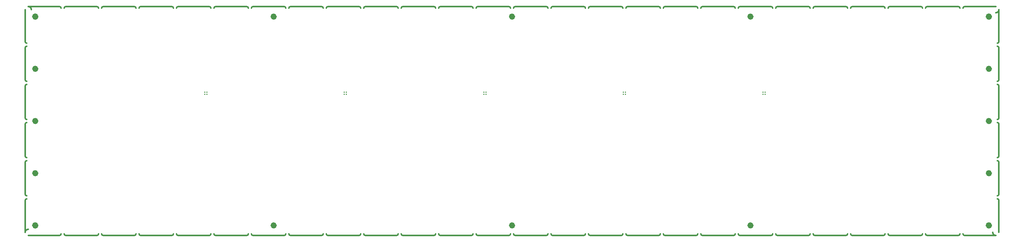
<source format=gtp>
G04 #@! TF.GenerationSoftware,KiCad,Pcbnew,7.0.8*
G04 #@! TF.CreationDate,2023-11-01T20:17:53+00:00*
G04 #@! TF.ProjectId,stencil,7374656e-6369-46c2-9e6b-696361645f70,C*
G04 #@! TF.SameCoordinates,PX2160ec0PY5f5dd18*
G04 #@! TF.FileFunction,Paste,Top*
G04 #@! TF.FilePolarity,Positive*
%FSLAX46Y46*%
G04 Gerber Fmt 4.6, Leading zero omitted, Abs format (unit mm)*
G04 Created by KiCad (PCBNEW 7.0.8) date 2023-11-01 20:17:53*
%MOMM*%
%LPD*%
G01*
G04 APERTURE LIST*
%ADD10C,0.500000*%
%ADD11C,1.000000*%
%ADD12C,1.050000*%
%ADD13R,0.370000X0.339000*%
G04 APERTURE END LIST*
D10*
X20211538Y47999862D02*
G75*
G03*
X19711538Y47499916I-38J-499962D01*
G01*
X-53250000Y46999916D02*
X-53250000Y36666583D01*
X225519230Y47999870D02*
G75*
G03*
X225019230Y47499916I-30J-499970D01*
G01*
X189288461Y47999916D02*
X199365384Y47999916D01*
X-40173076Y47999916D02*
G75*
G03*
X-40673076Y47499916I1J-500001D01*
G01*
X116326916Y-25500084D02*
G75*
G03*
X116826923Y-26000084I499984J-16D01*
G01*
X68519230Y47999916D02*
X78596153Y47999916D01*
X199365384Y-26000084D02*
G75*
G03*
X199865384Y-25500084I16J499984D01*
G01*
X32288461Y47999939D02*
G75*
G03*
X31788461Y47499916I39J-500039D01*
G01*
X140980769Y-26000084D02*
X151057692Y-26000084D01*
X260250000Y11499900D02*
G75*
G03*
X260750000Y11999916I0J500000D01*
G01*
X19711516Y-25500084D02*
G75*
G03*
X20211538Y-26000084I499984J-16D01*
G01*
X260750000Y-2333417D02*
X260750000Y-12666750D01*
X237596153Y47999947D02*
G75*
G03*
X237096153Y47499916I47J-500047D01*
G01*
X-52250000Y47999916D02*
X-42173076Y47999916D01*
X7634616Y-25500084D02*
G75*
G03*
X8134615Y-26000084I499984J-16D01*
G01*
X237596153Y-26000084D02*
X247673076Y-26000084D01*
X80596153Y-26000084D02*
X90673076Y-26000084D01*
D11*
X104250000Y-22750084D02*
G75*
G03*
X104250000Y-22750084I-500000J0D01*
G01*
D10*
X213442307Y47999916D02*
X223519230Y47999916D01*
X139480816Y47499916D02*
G75*
G03*
X138980769Y47999916I-500016J-16D01*
G01*
X189288461Y47999939D02*
G75*
G03*
X188788461Y47499916I39J-500039D01*
G01*
X212942316Y-25500084D02*
G75*
G03*
X213442307Y-26000084I499984J-16D01*
G01*
X-16519184Y-25500084D02*
G75*
G03*
X-16019231Y-26000084I499984J-16D01*
G01*
X-53250000Y24333250D02*
G75*
G03*
X-52750000Y23833250I500001J1D01*
G01*
X-52750000Y35166583D02*
G75*
G03*
X-53250000Y34666583I1J-500001D01*
G01*
X-40173076Y47999916D02*
X-30096154Y47999916D01*
D12*
X-49475000Y-22750084D02*
G75*
G03*
X-49475000Y-22750084I-525000J0D01*
G01*
D10*
X260250000Y36166600D02*
G75*
G03*
X260750000Y36666583I0J500000D01*
G01*
X44365384Y-26000084D02*
X54442307Y-26000084D01*
X116826923Y47999916D02*
X126903846Y47999916D01*
X260250000Y-13166700D02*
G75*
G03*
X260750000Y-12666750I0J500000D01*
G01*
X104750000Y-26000084D02*
X114826923Y-26000084D01*
X163634616Y47499916D02*
G75*
G03*
X163134615Y47999916I-500016J-16D01*
G01*
X260250000Y23833300D02*
G75*
G03*
X260750000Y24333250I0J500000D01*
G01*
X175711516Y47499916D02*
G75*
G03*
X175211538Y47999916I-500016J-16D01*
G01*
X-53250000Y-14666750D02*
X-53250000Y-25000084D01*
D11*
X27375000Y44749916D02*
G75*
G03*
X27375000Y44749916I-500000J0D01*
G01*
D10*
X6134615Y-26000115D02*
G75*
G03*
X6634615Y-25500084I-15J500015D01*
G01*
D12*
X258025000Y44749916D02*
G75*
G03*
X258025000Y44749916I-525000J0D01*
G01*
D10*
X42865416Y47499916D02*
G75*
G03*
X42365384Y47999916I-500016J-16D01*
G01*
X163134615Y-26000115D02*
G75*
G03*
X163634615Y-25500084I-15J500015D01*
G01*
X44365384Y47999916D02*
G75*
G03*
X43865384Y47499916I16J-500016D01*
G01*
D11*
X-49500000Y-5875084D02*
G75*
G03*
X-49500000Y-5875084I-500000J0D01*
G01*
D10*
X-52750000Y-14166750D02*
G75*
G03*
X-53250000Y-14666750I1J-500001D01*
G01*
X56442307Y47999916D02*
X66519230Y47999916D01*
X153057692Y47999908D02*
G75*
G03*
X152557692Y47499916I8J-500008D01*
G01*
X249173116Y-25500084D02*
G75*
G03*
X249673076Y-26000084I499984J-16D01*
G01*
X-53250000Y11999916D02*
G75*
G03*
X-52750000Y11499916I500001J1D01*
G01*
X92673076Y-26000084D02*
X102750000Y-26000084D01*
X-51250000Y46999916D02*
G75*
G03*
X-52250000Y47999916I-999999J1D01*
G01*
X-18019231Y-26000069D02*
G75*
G03*
X-17519231Y-25500084I31J499969D01*
G01*
X165134615Y47999916D02*
X175211538Y47999916D01*
X-5442284Y47499916D02*
G75*
G03*
X-5942308Y47999916I-500016J-16D01*
G01*
X80596153Y47999947D02*
G75*
G03*
X80096153Y47499916I47J-500047D01*
G01*
X54442307Y-26000107D02*
G75*
G03*
X54942307Y-25500084I-7J500007D01*
G01*
X211442307Y-26000107D02*
G75*
G03*
X211942307Y-25500084I-7J500007D01*
G01*
X-40673076Y-25500084D02*
G75*
G03*
X-40173076Y-26000084I500001J1D01*
G01*
X201365384Y47999916D02*
X211442307Y47999916D01*
X247673076Y-26000076D02*
G75*
G03*
X248173076Y-25500084I24J499976D01*
G01*
X164634616Y-25500084D02*
G75*
G03*
X165134615Y-26000084I499984J-16D01*
G01*
X31788516Y-25500084D02*
G75*
G03*
X32288461Y-26000084I499984J-16D01*
G01*
X-42173076Y-26000084D02*
G75*
G03*
X-41673076Y-25500084I-1J500001D01*
G01*
X248173116Y47499916D02*
G75*
G03*
X247673076Y47999916I-500016J-16D01*
G01*
X32288461Y-26000084D02*
X42365384Y-26000084D01*
X56442307Y47999893D02*
G75*
G03*
X55942307Y47499916I-7J-499993D01*
G01*
X116826923Y-26000084D02*
X126903846Y-26000084D01*
X-30096154Y-26000086D02*
G75*
G03*
X-29596154Y-25500084I-6J500006D01*
G01*
X-17519184Y47499916D02*
G75*
G03*
X-18019231Y47999916I-500016J-16D01*
G01*
X-52750000Y10499916D02*
G75*
G03*
X-53250000Y9999916I1J-500001D01*
G01*
X18711516Y47499916D02*
G75*
G03*
X18211538Y47999916I-500016J-16D01*
G01*
X175211538Y-26000138D02*
G75*
G03*
X175711538Y-25500084I-38J500038D01*
G01*
X-53250000Y-12666750D02*
G75*
G03*
X-52750000Y-13166750I500001J1D01*
G01*
X128403816Y-25500084D02*
G75*
G03*
X128903846Y-26000084I499984J-16D01*
G01*
X91173116Y47499916D02*
G75*
G03*
X90673076Y47999916I-500016J-16D01*
G01*
X-5942308Y-26000092D02*
G75*
G03*
X-5442308Y-25500084I8J499992D01*
G01*
X249673076Y-26000084D02*
X259749999Y-26000084D01*
X8134615Y-26000084D02*
X18211538Y-26000084D01*
X-53250000Y34666583D02*
X-53250000Y24333250D01*
X201365384Y47999916D02*
G75*
G03*
X200865384Y47499916I16J-500016D01*
G01*
X260749983Y-2333417D02*
G75*
G03*
X260250000Y-1833417I-499983J17D01*
G01*
X43865416Y-25500084D02*
G75*
G03*
X44365384Y-26000084I499984J-16D01*
G01*
X260750000Y34666583D02*
X260750000Y24333250D01*
X225019216Y-25500084D02*
G75*
G03*
X225519230Y-26000084I499984J-16D01*
G01*
X177211538Y-26000084D02*
X187288461Y-26000084D01*
X-3942308Y-26000084D02*
X6134615Y-26000084D01*
X225519230Y-26000084D02*
X235596153Y-26000084D01*
X213442307Y47999893D02*
G75*
G03*
X212942307Y47499916I-7J-499993D01*
G01*
D11*
X258000000Y-5875084D02*
G75*
G03*
X258000000Y-5875084I-500000J0D01*
G01*
D10*
X115326916Y47499916D02*
G75*
G03*
X114826923Y47999916I-500016J-16D01*
G01*
X249673076Y47999924D02*
G75*
G03*
X249173076Y47499916I24J-500024D01*
G01*
X80596153Y47999916D02*
X90673076Y47999916D01*
X127403816Y47499916D02*
G75*
G03*
X126903846Y47999916I-500016J-16D01*
G01*
X-53250000Y36666583D02*
G75*
G03*
X-52750000Y36166583I500001J1D01*
G01*
X-16019231Y47999931D02*
G75*
G03*
X-16519231Y47499916I31J-500031D01*
G01*
X79096216Y47499916D02*
G75*
G03*
X78596153Y47999916I-500016J-16D01*
G01*
X103250016Y47499916D02*
G75*
G03*
X102750000Y47999916I-500016J-16D01*
G01*
X189288461Y-26000084D02*
X199365384Y-26000084D01*
D11*
X104250000Y44749916D02*
G75*
G03*
X104250000Y44749916I-500000J0D01*
G01*
D10*
X188788516Y-25500084D02*
G75*
G03*
X189288461Y-26000084I499984J-16D01*
G01*
X151557716Y47499916D02*
G75*
G03*
X151057692Y47999916I-500016J-16D01*
G01*
X260750000Y9999916D02*
X260750000Y-333417D01*
X-53250000Y-333417D02*
G75*
G03*
X-52750000Y-833417I500001J1D01*
G01*
X102750000Y-26000100D02*
G75*
G03*
X103250000Y-25500084I0J500000D01*
G01*
X104250016Y-25500084D02*
G75*
G03*
X104750000Y-26000084I499984J-16D01*
G01*
X-3942308Y47999916D02*
X6134615Y47999916D01*
X55942316Y-25500084D02*
G75*
G03*
X56442307Y-26000084I499984J-16D01*
G01*
X128903846Y47999854D02*
G75*
G03*
X128403846Y47499916I-46J-499954D01*
G01*
X-52750000Y-1833417D02*
G75*
G03*
X-53250000Y-2333417I1J-500001D01*
G01*
X224019216Y47499916D02*
G75*
G03*
X223519230Y47999916I-500016J-16D01*
G01*
X-3942308Y47999908D02*
G75*
G03*
X-4442308Y47499916I8J-500008D01*
G01*
X151057692Y-26000092D02*
G75*
G03*
X151557692Y-25500084I8J499992D01*
G01*
X177211538Y47999916D02*
X187288461Y47999916D01*
X140980769Y47999931D02*
G75*
G03*
X140480769Y47499916I31J-500031D01*
G01*
X104750000Y47999916D02*
X114826923Y47999916D01*
X236096216Y47499916D02*
G75*
G03*
X235596153Y47999916I-500016J-16D01*
G01*
X152557716Y-25500084D02*
G75*
G03*
X153057692Y-26000084I499984J-16D01*
G01*
D11*
X27375000Y-22750084D02*
G75*
G03*
X27375000Y-22750084I-500000J0D01*
G01*
D10*
X32288461Y47999916D02*
X42365384Y47999916D01*
X187288461Y-26000061D02*
G75*
G03*
X187788461Y-25500084I39J499961D01*
G01*
X68019216Y-25500084D02*
G75*
G03*
X68519230Y-26000084I499984J-16D01*
G01*
X260750000Y-14666750D02*
X260750000Y-25000084D01*
X177211538Y47999862D02*
G75*
G03*
X176711538Y47499916I-38J-499962D01*
G01*
X249673076Y47999916D02*
X259749999Y47999916D01*
X128903846Y-26000084D02*
X138980769Y-26000084D01*
X-52250000Y-26000084D02*
X-42173076Y-26000084D01*
X223519230Y-26000130D02*
G75*
G03*
X224019230Y-25500084I-30J500030D01*
G01*
X67019216Y47499916D02*
G75*
G03*
X66519230Y47999916I-500016J-16D01*
G01*
X187788516Y47499916D02*
G75*
G03*
X187288461Y47999916I-500016J-16D01*
G01*
X-52750000Y22833250D02*
G75*
G03*
X-53250000Y22333250I1J-500001D01*
G01*
X200865416Y-25500084D02*
G75*
G03*
X201365384Y-26000084I499984J-16D01*
G01*
X165134615Y47999885D02*
G75*
G03*
X164634615Y47499916I-15J-499985D01*
G01*
X6634616Y47499916D02*
G75*
G03*
X6134615Y47999916I-500016J-16D01*
G01*
X258750016Y-25000084D02*
G75*
G03*
X259750000Y-26000084I999984J-16D01*
G01*
X8134615Y47999885D02*
G75*
G03*
X7634615Y47499916I-15J-499985D01*
G01*
X260750000Y46999916D02*
X260750000Y36666583D01*
D11*
X-49500000Y27874916D02*
G75*
G03*
X-49500000Y27874916I-500000J0D01*
G01*
D10*
X201365384Y-26000084D02*
X211442307Y-26000084D01*
X260750000Y22333250D02*
X260750000Y11999916D01*
X153057692Y-26000084D02*
X163134615Y-26000084D01*
X-28596154Y-25500084D02*
G75*
G03*
X-28096154Y-26000084I500004J4D01*
G01*
X213442307Y-26000084D02*
X223519230Y-26000084D01*
X-28096154Y47999916D02*
X-18019231Y47999916D01*
X66519230Y-26000130D02*
G75*
G03*
X67019230Y-25500084I-30J500030D01*
G01*
X54942316Y47499916D02*
G75*
G03*
X54442307Y47999916I-500016J-16D01*
G01*
X20211538Y-26000084D02*
X30288461Y-26000084D01*
X-53250000Y9999916D02*
X-53250000Y-333417D01*
X260250000Y-833400D02*
G75*
G03*
X260750000Y-333417I0J500000D01*
G01*
X128903846Y47999916D02*
X138980769Y47999916D01*
X176711516Y-25500084D02*
G75*
G03*
X177211538Y-26000084I499984J-16D01*
G01*
X-29596154Y47499916D02*
G75*
G03*
X-30096154Y47999916I-500006J-6D01*
G01*
X44365384Y47999916D02*
X54442307Y47999916D01*
X140980769Y47999916D02*
X151057692Y47999916D01*
X116826923Y47999877D02*
G75*
G03*
X116326923Y47499916I-23J-499977D01*
G01*
X260750050Y-14666750D02*
G75*
G03*
X260250000Y-14166750I-500050J-50D01*
G01*
X104750000Y47999900D02*
G75*
G03*
X104250000Y47499916I0J-500000D01*
G01*
X78596153Y-26000053D02*
G75*
G03*
X79096153Y-25500084I47J499953D01*
G01*
X235596153Y-26000053D02*
G75*
G03*
X236096153Y-25500084I47J499953D01*
G01*
X260750050Y22333250D02*
G75*
G03*
X260250000Y22833250I-500050J-50D01*
G01*
D11*
X258000000Y10999916D02*
G75*
G03*
X258000000Y10999916I-500000J0D01*
G01*
D10*
X92673076Y47999916D02*
X102750000Y47999916D01*
X211942316Y47499916D02*
G75*
G03*
X211442307Y47999916I-500016J-16D01*
G01*
D12*
X-49475000Y44749916D02*
G75*
G03*
X-49475000Y44749916I-525000J0D01*
G01*
D10*
X-16019231Y-26000084D02*
X-5942308Y-26000084D01*
X225519230Y47999916D02*
X235596153Y47999916D01*
X68519230Y47999870D02*
G75*
G03*
X68019230Y47499916I-30J-499970D01*
G01*
X-41673076Y47499916D02*
G75*
G03*
X-42173076Y47999916I-500001J-1D01*
G01*
X-40173076Y-26000084D02*
X-30096154Y-26000084D01*
X-52250000Y-24000084D02*
G75*
G03*
X-53250000Y-25000084I-1J-999999D01*
G01*
X-28096154Y47999914D02*
G75*
G03*
X-28596154Y47499916I4J-500004D01*
G01*
X-16019231Y47999916D02*
X-5942308Y47999916D01*
X20211538Y47999916D02*
X30288461Y47999916D01*
X30788516Y47499916D02*
G75*
G03*
X30288461Y47999916I-500016J-16D01*
G01*
X92673076Y47999924D02*
G75*
G03*
X92173076Y47499916I24J-500024D01*
G01*
D12*
X258025000Y-22750084D02*
G75*
G03*
X258025000Y-22750084I-525000J0D01*
G01*
D10*
X259750000Y45999900D02*
G75*
G03*
X260750000Y46999916I0J1000000D01*
G01*
X42365384Y-26000084D02*
G75*
G03*
X42865384Y-25500084I16J499984D01*
G01*
X126903846Y-26000146D02*
G75*
G03*
X127403846Y-25500084I-46J500046D01*
G01*
X138980769Y-26000069D02*
G75*
G03*
X139480769Y-25500084I31J499969D01*
G01*
X68519230Y-26000084D02*
X78596153Y-26000084D01*
X237596153Y47999916D02*
X247673076Y47999916D01*
D11*
X258000000Y27874916D02*
G75*
G03*
X258000000Y27874916I-500000J0D01*
G01*
D10*
X30288461Y-26000061D02*
G75*
G03*
X30788461Y-25500084I39J499961D01*
G01*
X114826923Y-26000123D02*
G75*
G03*
X115326923Y-25500084I-23J500023D01*
G01*
X56442307Y-26000084D02*
X66519230Y-26000084D01*
X-28096154Y-26000084D02*
X-18019231Y-26000084D01*
X-53250000Y-2333417D02*
X-53250000Y-12666750D01*
X237096216Y-25500084D02*
G75*
G03*
X237596153Y-26000084I499984J-16D01*
G01*
X140480816Y-25500084D02*
G75*
G03*
X140980769Y-26000084I499984J-16D01*
G01*
X-53250000Y22333250D02*
X-53250000Y11999916D01*
X199865416Y47499916D02*
G75*
G03*
X199365384Y47999916I-500016J-16D01*
G01*
D11*
X181125000Y44749916D02*
G75*
G03*
X181125000Y44749916I-500000J0D01*
G01*
D10*
X153057692Y47999916D02*
X163134615Y47999916D01*
X165134615Y-26000084D02*
X175211538Y-26000084D01*
X-4442284Y-25500084D02*
G75*
G03*
X-3942308Y-26000084I499984J-16D01*
G01*
D11*
X181125000Y-22750084D02*
G75*
G03*
X181125000Y-22750084I-500000J0D01*
G01*
D10*
X18211538Y-26000138D02*
G75*
G03*
X18711538Y-25500084I-38J500038D01*
G01*
X90673076Y-26000076D02*
G75*
G03*
X91173076Y-25500084I24J499976D01*
G01*
X260750016Y9999916D02*
G75*
G03*
X260250000Y10499916I-500016J-16D01*
G01*
X92173116Y-25500084D02*
G75*
G03*
X92673076Y-26000084I499984J-16D01*
G01*
X80096216Y-25500084D02*
G75*
G03*
X80596153Y-26000084I499984J-16D01*
G01*
X260749983Y34666583D02*
G75*
G03*
X260250000Y35166583I-499983J17D01*
G01*
X8134615Y47999916D02*
X18211538Y47999916D01*
D11*
X-49500000Y10999916D02*
G75*
G03*
X-49500000Y10999916I-500000J0D01*
G01*
D13*
G04 #@! TO.C,D3*
X94655000Y20344000D03*
X94655000Y19654000D03*
X95345000Y19654000D03*
X95345000Y20344000D03*
G04 #@! TD*
G04 #@! TO.C,D4*
X139655000Y20344000D03*
X139655000Y19654000D03*
X140345000Y19654000D03*
X140345000Y20344000D03*
G04 #@! TD*
G04 #@! TO.C,D2*
X49655000Y20344000D03*
X49655000Y19654000D03*
X50345000Y19654000D03*
X50345000Y20344000D03*
G04 #@! TD*
G04 #@! TO.C,D1*
X4655000Y20344000D03*
X4655000Y19654000D03*
X5345000Y19654000D03*
X5345000Y20344000D03*
G04 #@! TD*
G04 #@! TO.C,D5*
X184655000Y20344000D03*
X184655000Y19654000D03*
X185345000Y19654000D03*
X185345000Y20344000D03*
G04 #@! TD*
M02*

</source>
